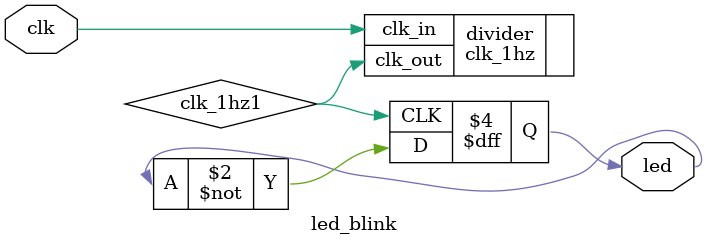
<source format=v>
module led_blink(
    input wire clk,        // 100 MHz input
    output reg led = 0     // LED output
);
    wire clk_1hz1;

    // Instantiate clock divider
    clk_1hz divider (
        .clk_in(clk),
        .clk_out(clk_1hz1)
    );

    // Use 1Hz clock to toggle LED
    always @(posedge clk_1hz1) begin
        led <= ~led;
    end
endmodule

</source>
